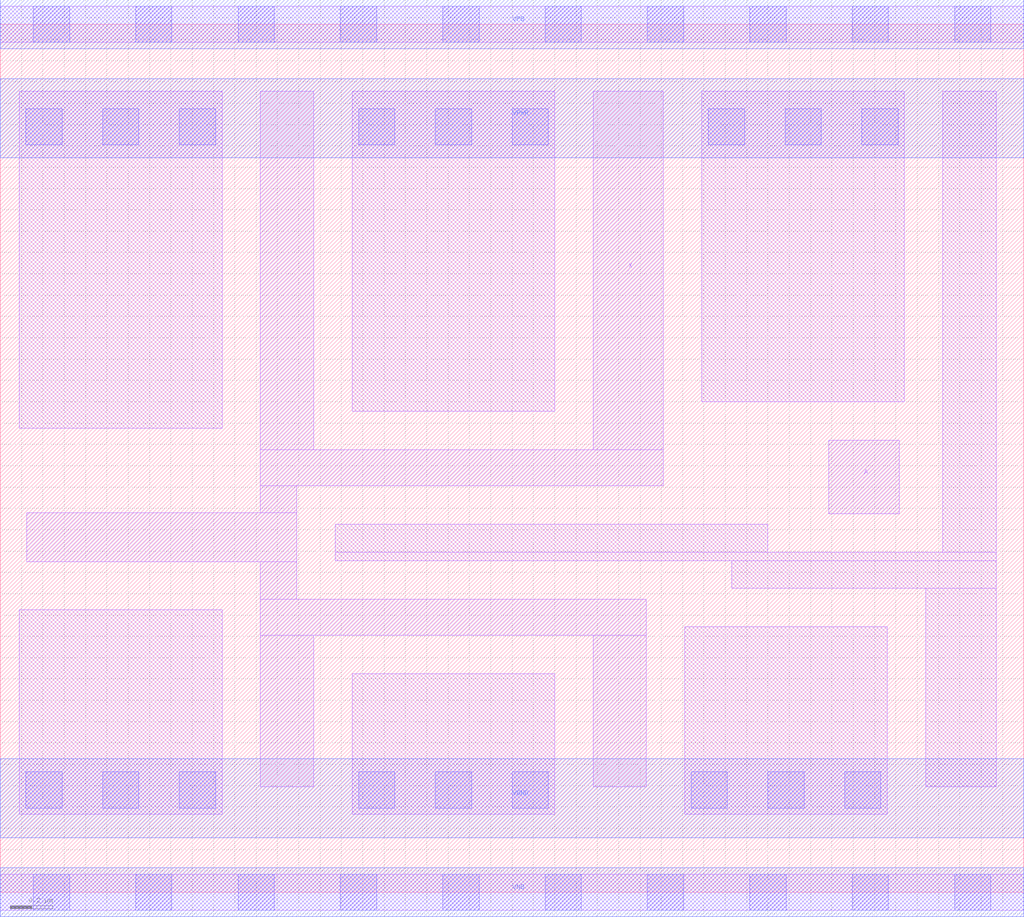
<source format=lef>
# Copyright 2020 The SkyWater PDK Authors
#
# Licensed under the Apache License, Version 2.0 (the "License");
# you may not use this file except in compliance with the License.
# You may obtain a copy of the License at
#
#     https://www.apache.org/licenses/LICENSE-2.0
#
# Unless required by applicable law or agreed to in writing, software
# distributed under the License is distributed on an "AS IS" BASIS,
# WITHOUT WARRANTIES OR CONDITIONS OF ANY KIND, either express or implied.
# See the License for the specific language governing permissions and
# limitations under the License.
#
# SPDX-License-Identifier: Apache-2.0

VERSION 5.5 ;
NAMESCASESENSITIVE ON ;
BUSBITCHARS "[]" ;
DIVIDERCHAR "/" ;
MACRO sky130_fd_sc_hvl__buf_4
  CLASS CORE ;
  SOURCE USER ;
  ORIGIN  0.000000  0.000000 ;
  SIZE  4.800000 BY  4.070000 ;
  SYMMETRY X Y ;
  SITE unithv ;
  PIN A
    ANTENNAGATEAREA  1.125000 ;
    DIRECTION INPUT ;
    USE SIGNAL ;
    PORT
      LAYER li1 ;
        RECT 3.885000 1.775000 4.215000 2.120000 ;
    END
  END A
  PIN X
    ANTENNADIFFAREA  1.260000 ;
    DIRECTION OUTPUT ;
    USE SIGNAL ;
    PORT
      LAYER li1 ;
        RECT 0.125000 1.550000 1.390000 1.780000 ;
        RECT 1.220000 0.495000 1.470000 1.205000 ;
        RECT 1.220000 1.205000 3.030000 1.375000 ;
        RECT 1.220000 1.375000 1.390000 1.550000 ;
        RECT 1.220000 1.780000 1.390000 1.905000 ;
        RECT 1.220000 1.905000 3.110000 2.075000 ;
        RECT 1.220000 2.075000 1.470000 3.755000 ;
        RECT 2.780000 0.495000 3.030000 1.205000 ;
        RECT 2.780000 2.075000 3.110000 3.755000 ;
    END
  END X
  PIN VGND
    DIRECTION INOUT ;
    USE GROUND ;
    PORT
      LAYER met1 ;
        RECT 0.000000 0.255000 4.800000 0.625000 ;
    END
  END VGND
  PIN VNB
    DIRECTION INOUT ;
    USE GROUND ;
    PORT
      LAYER met1 ;
        RECT 0.000000 -0.115000 4.800000 0.115000 ;
    END
  END VNB
  PIN VPB
    DIRECTION INOUT ;
    USE POWER ;
    PORT
      LAYER met1 ;
        RECT 0.000000 3.955000 4.800000 4.185000 ;
    END
  END VPB
  PIN VPWR
    DIRECTION INOUT ;
    USE POWER ;
    PORT
      LAYER met1 ;
        RECT 0.000000 3.445000 4.800000 3.815000 ;
    END
  END VPWR
  OBS
    LAYER li1 ;
      RECT 0.000000 -0.085000 4.800000 0.085000 ;
      RECT 0.000000  3.985000 4.800000 4.155000 ;
      RECT 0.090000  0.365000 1.040000 1.325000 ;
      RECT 0.090000  2.175000 1.040000 3.755000 ;
      RECT 1.570000  1.555000 4.670000 1.595000 ;
      RECT 1.570000  1.595000 3.600000 1.725000 ;
      RECT 1.650000  0.365000 2.600000 1.025000 ;
      RECT 1.650000  2.255000 2.600000 3.755000 ;
      RECT 3.210000  0.365000 4.160000 1.245000 ;
      RECT 3.290000  2.300000 4.240000 3.755000 ;
      RECT 3.430000  1.425000 4.670000 1.555000 ;
      RECT 4.340000  0.495000 4.670000 1.425000 ;
      RECT 4.420000  1.595000 4.670000 3.755000 ;
    LAYER mcon ;
      RECT 0.120000  0.395000 0.290000 0.565000 ;
      RECT 0.120000  3.505000 0.290000 3.675000 ;
      RECT 0.155000 -0.085000 0.325000 0.085000 ;
      RECT 0.155000 -0.085000 0.325000 0.085000 ;
      RECT 0.155000  3.985000 0.325000 4.155000 ;
      RECT 0.155000  3.985000 0.325000 4.155000 ;
      RECT 0.480000  0.395000 0.650000 0.565000 ;
      RECT 0.480000  3.505000 0.650000 3.675000 ;
      RECT 0.635000 -0.085000 0.805000 0.085000 ;
      RECT 0.635000 -0.085000 0.805000 0.085000 ;
      RECT 0.635000  3.985000 0.805000 4.155000 ;
      RECT 0.635000  3.985000 0.805000 4.155000 ;
      RECT 0.840000  0.395000 1.010000 0.565000 ;
      RECT 0.840000  3.505000 1.010000 3.675000 ;
      RECT 1.115000 -0.085000 1.285000 0.085000 ;
      RECT 1.115000 -0.085000 1.285000 0.085000 ;
      RECT 1.115000  3.985000 1.285000 4.155000 ;
      RECT 1.115000  3.985000 1.285000 4.155000 ;
      RECT 1.595000 -0.085000 1.765000 0.085000 ;
      RECT 1.595000 -0.085000 1.765000 0.085000 ;
      RECT 1.595000  3.985000 1.765000 4.155000 ;
      RECT 1.595000  3.985000 1.765000 4.155000 ;
      RECT 1.680000  0.395000 1.850000 0.565000 ;
      RECT 1.680000  3.505000 1.850000 3.675000 ;
      RECT 2.040000  0.395000 2.210000 0.565000 ;
      RECT 2.040000  3.505000 2.210000 3.675000 ;
      RECT 2.075000 -0.085000 2.245000 0.085000 ;
      RECT 2.075000 -0.085000 2.245000 0.085000 ;
      RECT 2.075000  3.985000 2.245000 4.155000 ;
      RECT 2.075000  3.985000 2.245000 4.155000 ;
      RECT 2.400000  0.395000 2.570000 0.565000 ;
      RECT 2.400000  3.505000 2.570000 3.675000 ;
      RECT 2.555000 -0.085000 2.725000 0.085000 ;
      RECT 2.555000 -0.085000 2.725000 0.085000 ;
      RECT 2.555000  3.985000 2.725000 4.155000 ;
      RECT 2.555000  3.985000 2.725000 4.155000 ;
      RECT 3.035000 -0.085000 3.205000 0.085000 ;
      RECT 3.035000 -0.085000 3.205000 0.085000 ;
      RECT 3.035000  3.985000 3.205000 4.155000 ;
      RECT 3.035000  3.985000 3.205000 4.155000 ;
      RECT 3.240000  0.395000 3.410000 0.565000 ;
      RECT 3.320000  3.505000 3.490000 3.675000 ;
      RECT 3.515000 -0.085000 3.685000 0.085000 ;
      RECT 3.515000 -0.085000 3.685000 0.085000 ;
      RECT 3.515000  3.985000 3.685000 4.155000 ;
      RECT 3.515000  3.985000 3.685000 4.155000 ;
      RECT 3.600000  0.395000 3.770000 0.565000 ;
      RECT 3.680000  3.505000 3.850000 3.675000 ;
      RECT 3.960000  0.395000 4.130000 0.565000 ;
      RECT 3.995000 -0.085000 4.165000 0.085000 ;
      RECT 3.995000 -0.085000 4.165000 0.085000 ;
      RECT 3.995000  3.985000 4.165000 4.155000 ;
      RECT 3.995000  3.985000 4.165000 4.155000 ;
      RECT 4.040000  3.505000 4.210000 3.675000 ;
      RECT 4.475000 -0.085000 4.645000 0.085000 ;
      RECT 4.475000 -0.085000 4.645000 0.085000 ;
      RECT 4.475000  3.985000 4.645000 4.155000 ;
      RECT 4.475000  3.985000 4.645000 4.155000 ;
  END
END sky130_fd_sc_hvl__buf_4

</source>
